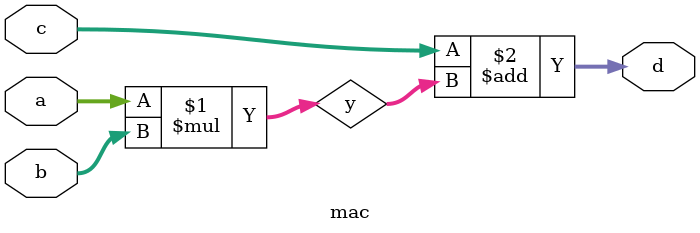
<source format=v>
module mac(a,b,c,d);
 input[3:0] a,b;
 input[9:0] c; 
 output wire [10:0] d;
 wire[3:0] y;
 assign y = a*b;
 assign d = c+y;
endmodule 

</source>
